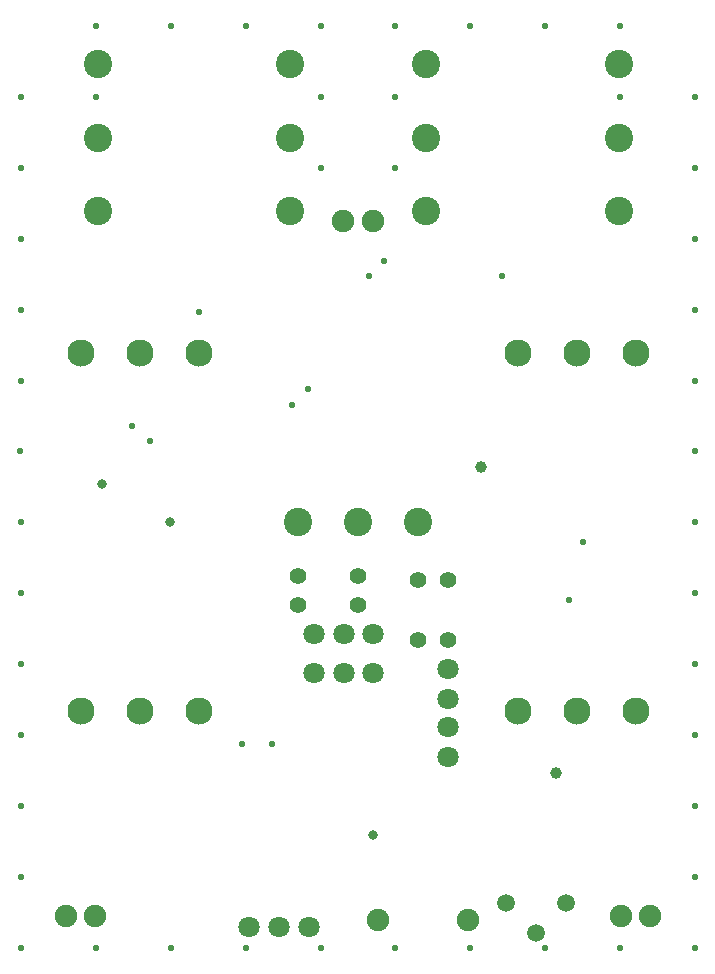
<source format=gbs>
%FSLAX46Y46*%
%MOMM*%
%AMPS10*
1,1,2.300000,0.000000,0.000000*
%
%ADD10PS10*%
%AMPS19*
1,1,1.800000,0.000000,0.000000*
%
%ADD19PS19*%
%AMPS12*
1,1,1.800000,0.000000,0.000000*
%
%ADD12PS12*%
%AMPS20*
1,1,2.400000,0.000000,0.000000*
%
%ADD20PS20*%
%AMPS22*
1,1,1.500000,0.000000,0.000000*
%
%ADD22PS22*%
%AMPS13*
1,1,2.400000,0.000000,0.000000*
%
%ADD13PS13*%
%AMPS11*
1,1,1.400000,0.000000,0.000000*
%
%ADD11PS11*%
%AMPS14*
1,1,1.400000,0.000000,0.000000*
%
%ADD14PS14*%
%AMPS18*
1,1,1.400000,0.000000,0.000000*
%
%ADD18PS18*%
%AMPS21*
1,1,1.400000,0.000000,0.000000*
%
%ADD21PS21*%
%AMPS17*
1,1,1.900000,0.000000,0.000000*
%
%ADD17PS17*%
%AMPS16*
1,1,1.900000,0.000000,0.000000*
%
%ADD16PS16*%
%AMPS15*
1,1,1.900000,0.000000,0.000000*
%
%ADD15PS15*%
%AMPS25*
1,1,1.000000,0.000000,0.000000*
%
%ADD25PS25*%
%AMPS24*
1,1,0.800000,0.000000,0.000000*
%
%ADD24PS24*%
%AMPS23*
1,1,0.550000,0.000000,0.000000*
%
%ADD23PS23*%
G01*
G01*
%LPD*%
G75*
D10*
X6000000Y51300000D03*
D10*
X16000000Y51300000D03*
D10*
X11000000Y51300000D03*
D11*
X24420000Y29990000D03*
D11*
X29500000Y29990000D03*
D12*
X30800000Y27570000D03*
D12*
X28300000Y24270000D03*
D12*
X25800000Y24270000D03*
D12*
X30800000Y24270000D03*
D12*
X28300000Y27570000D03*
D12*
X25800000Y27570000D03*
D13*
X23750000Y63350000D03*
D13*
X23750000Y75800000D03*
D13*
X7450000Y75800000D03*
D13*
X23750000Y69550000D03*
D13*
X7450000Y69550000D03*
D13*
X7450000Y63350000D03*
D12*
X37080000Y24570000D03*
D12*
X37080000Y22030000D03*
D14*
X37080000Y27010000D03*
D14*
X37080000Y32090000D03*
D15*
X31190000Y3300000D03*
D15*
X38810000Y3300000D03*
D16*
X30750000Y62500000D03*
D16*
X28250000Y62500000D03*
D10*
X43000000Y21000000D03*
D10*
X53000000Y21000000D03*
D10*
X48000000Y21000000D03*
D17*
X4750000Y3650000D03*
D17*
X7250000Y3650000D03*
D18*
X29500000Y32490000D03*
D18*
X24420000Y32490000D03*
D19*
X20265000Y2775000D03*
D19*
X22805000Y2775000D03*
D19*
X25345000Y2775000D03*
D20*
X29500000Y37000000D03*
D20*
X34580000Y37000000D03*
D20*
X24420000Y37000000D03*
D17*
X51750000Y3650000D03*
D17*
X54250000Y3650000D03*
D21*
X34580000Y32090000D03*
D21*
X34580000Y27010000D03*
D10*
X43000000Y51300000D03*
D10*
X53000000Y51300000D03*
D10*
X48000000Y51300000D03*
D12*
X37080000Y19700000D03*
D12*
X37080000Y17160000D03*
D22*
X47140000Y4770000D03*
D22*
X44600000Y2230000D03*
D22*
X42060000Y4770000D03*
D10*
X6000000Y21000000D03*
D10*
X16000000Y21000000D03*
D10*
X11000000Y21000000D03*
D13*
X51550000Y63350000D03*
D13*
X51550000Y75800000D03*
D13*
X35250000Y75800000D03*
D13*
X51550000Y69550000D03*
D13*
X35250000Y69550000D03*
D13*
X35250000Y63350000D03*
D23*
X51664000Y1000000D03*
D23*
X41700000Y57900000D03*
D23*
X10350000Y45140000D03*
D23*
X57997000Y73000000D03*
D23*
X23895000Y46920000D03*
D23*
X19999000Y1000000D03*
D23*
X32665000Y79000000D03*
D23*
X1000000Y67000000D03*
D24*
X13580000Y37030000D03*
D23*
X19670000Y18200000D03*
D23*
X1000000Y1000000D03*
D23*
X11850000Y43860000D03*
D23*
X7333000Y73000000D03*
D23*
X1000000Y73000000D03*
D23*
X13666000Y1000000D03*
D23*
X22200000Y18200000D03*
D23*
X30400000Y57900000D03*
D23*
X57997000Y55000000D03*
D23*
X16030000Y54770000D03*
D23*
X57997000Y49000000D03*
D23*
X26332000Y79000000D03*
D23*
X1000000Y19000000D03*
D23*
X32665000Y73000000D03*
D23*
X900000Y43000000D03*
D23*
X26332000Y73000000D03*
D23*
X1000000Y61000000D03*
D23*
X57997000Y7000000D03*
D23*
X57997000Y1000000D03*
D23*
X13666000Y79000000D03*
D23*
X1000000Y31000000D03*
D23*
X32665000Y1000000D03*
D23*
X32665000Y67000000D03*
D23*
X57997000Y67000000D03*
D23*
X26332000Y1000000D03*
D23*
X57997000Y25000000D03*
D23*
X1000000Y13000000D03*
D23*
X1000000Y37000000D03*
D23*
X1000000Y49000000D03*
D25*
X46240000Y15770000D03*
D23*
X45331000Y1000000D03*
D23*
X26332000Y67000000D03*
D23*
X57997000Y43000000D03*
D24*
X30750000Y10550000D03*
D23*
X38998000Y79000000D03*
D23*
X57997000Y37000000D03*
D23*
X51664000Y73000000D03*
D23*
X1000000Y55000000D03*
D23*
X45331000Y79000000D03*
D23*
X19999000Y79000000D03*
D23*
X51664000Y79000000D03*
D23*
X57997000Y61000000D03*
D23*
X31700000Y59100000D03*
D23*
X57997000Y13000000D03*
D23*
X1000000Y25000000D03*
D25*
X39890000Y41670000D03*
D23*
X47350000Y30410000D03*
D23*
X7333000Y1000000D03*
D24*
X7840000Y40240000D03*
D23*
X57997000Y19000000D03*
D23*
X25300000Y48300000D03*
D23*
X38998000Y1000000D03*
D23*
X48560000Y35370000D03*
D23*
X57997000Y31000000D03*
D23*
X7333000Y79000000D03*
D23*
X1000000Y7000000D03*
M02*

</source>
